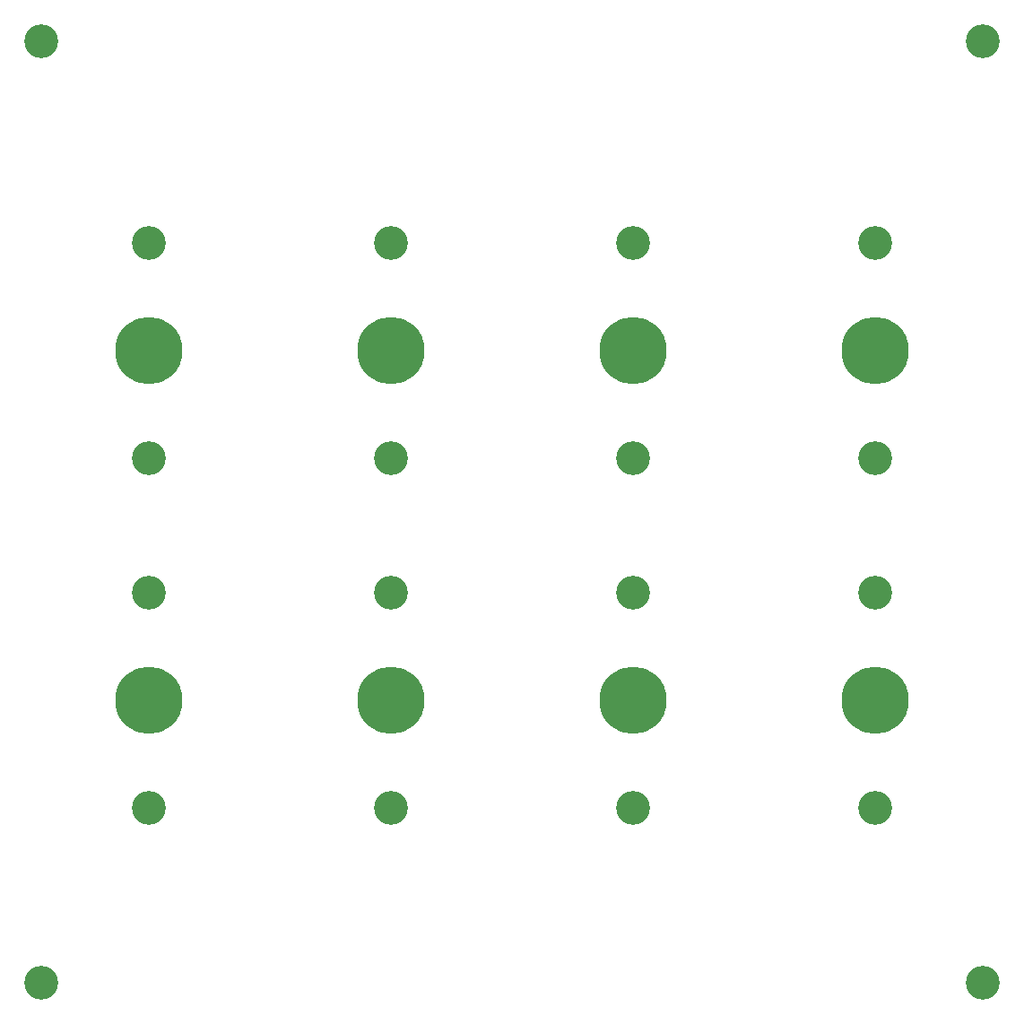
<source format=gbr>
%TF.GenerationSoftware,KiCad,Pcbnew,(5.1.10)-1*%
%TF.CreationDate,2021-09-06T20:35:07+10:00*%
%TF.ProjectId,pannel,70616e6e-656c-42e6-9b69-6361645f7063,rev?*%
%TF.SameCoordinates,Original*%
%TF.FileFunction,Soldermask,Top*%
%TF.FilePolarity,Negative*%
%FSLAX46Y46*%
G04 Gerber Fmt 4.6, Leading zero omitted, Abs format (unit mm)*
G04 Created by KiCad (PCBNEW (5.1.10)-1) date 2021-09-06 20:35:07*
%MOMM*%
%LPD*%
G01*
G04 APERTURE LIST*
%ADD10C,6.350000*%
%ADD11C,3.200000*%
G04 APERTURE END LIST*
D10*
%TO.C,REF\u002A\u002A*%
X185420000Y-130810000D03*
%TD*%
%TO.C,REF\u002A\u002A*%
X162560000Y-130810000D03*
%TD*%
%TO.C,REF\u002A\u002A*%
X139700000Y-130810000D03*
%TD*%
%TO.C,REF\u002A\u002A*%
X185420000Y-97790000D03*
%TD*%
%TO.C,REF\u002A\u002A*%
X162560000Y-97790000D03*
%TD*%
%TO.C,REF\u002A\u002A*%
X139700000Y-97790000D03*
%TD*%
%TO.C,REF\u002A\u002A*%
X116840000Y-97790000D03*
%TD*%
%TO.C,REF\u002A\u002A*%
X116840000Y-130810000D03*
%TD*%
D11*
%TO.C,REF\u002A\u002A*%
X139700000Y-107950000D03*
%TD*%
%TO.C,REF\u002A\u002A*%
X162560000Y-87630000D03*
%TD*%
%TO.C,REF\u002A\u002A*%
X139700000Y-87630000D03*
%TD*%
%TO.C,REF\u002A\u002A*%
X116840000Y-87630000D03*
%TD*%
%TO.C,REF\u002A\u002A*%
X116840000Y-107950000D03*
%TD*%
%TO.C,REF\u002A\u002A*%
X185420000Y-107950000D03*
%TD*%
%TO.C,REF\u002A\u002A*%
X185420000Y-87630000D03*
%TD*%
%TO.C,REF\u002A\u002A*%
X162560000Y-107950000D03*
%TD*%
%TO.C,REF\u002A\u002A*%
X185420000Y-140970000D03*
%TD*%
%TO.C,REF\u002A\u002A*%
X185420000Y-120650000D03*
%TD*%
%TO.C,REF\u002A\u002A*%
X162560000Y-140970000D03*
%TD*%
%TO.C,REF\u002A\u002A*%
X162560000Y-120650000D03*
%TD*%
%TO.C,REF\u002A\u002A*%
X139700000Y-120650000D03*
%TD*%
%TO.C,REF\u002A\u002A*%
X139700000Y-140970000D03*
%TD*%
%TO.C,REF\u002A\u002A*%
X195580000Y-68580000D03*
%TD*%
%TO.C,REF\u002A\u002A*%
X195580000Y-157480000D03*
%TD*%
%TO.C,REF\u002A\u002A*%
X106680000Y-157480000D03*
%TD*%
%TO.C,REF\u002A\u002A*%
X106680000Y-68580000D03*
%TD*%
%TO.C,REF\u002A\u002A*%
X116840000Y-140970000D03*
%TD*%
%TO.C,REF\u002A\u002A*%
X116840000Y-120650000D03*
%TD*%
M02*

</source>
